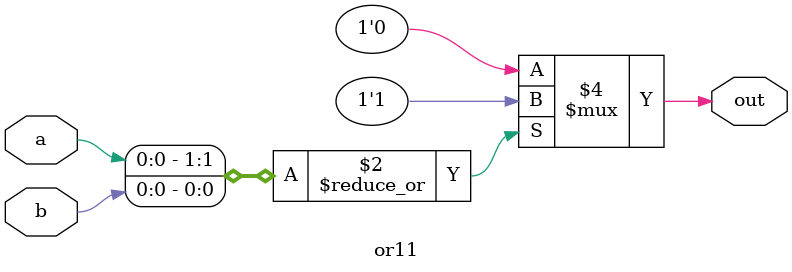
<source format=v>
module or11 (
    input wire a,b,
    output reg out
);

    always @(*) begin
        out = (|{a,b} == 1'b0) ? 1'b0 : 1'b1;
    end
    
endmodule

</source>
